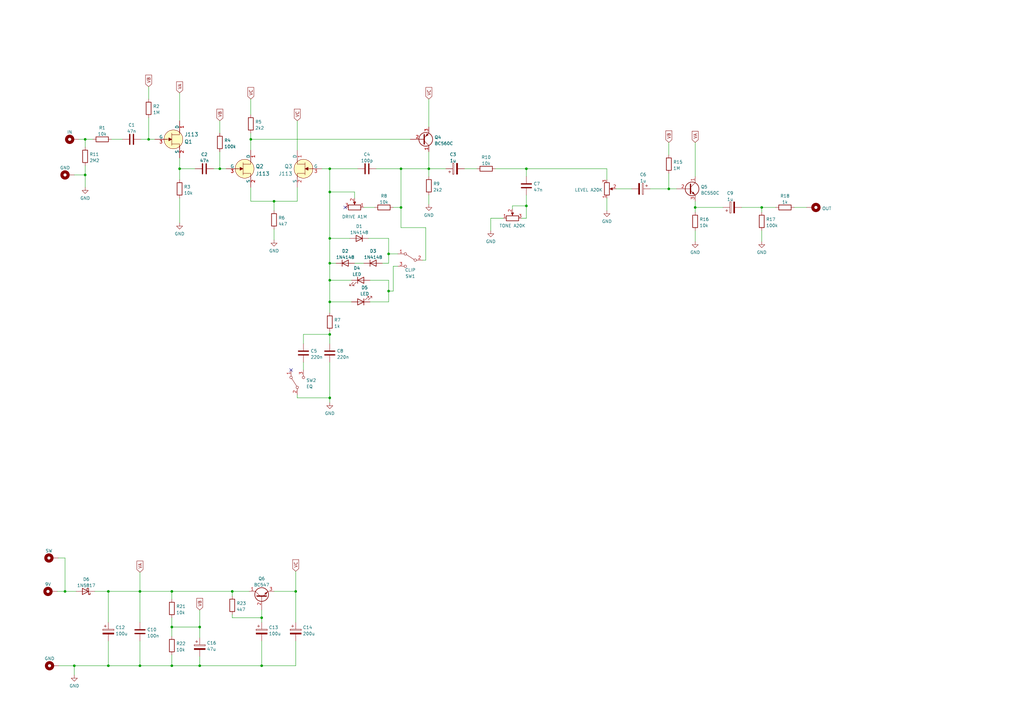
<source format=kicad_sch>
(kicad_sch (version 20230121) (generator eeschema)
  (paper "A3")
  (title_block (title "Kropyvnytskyi Overdrive - Exar OD-02 OverDrive") (date "2022-11-06") (rev "1.1") (company "Drunk Beaver / Vitalii Bobrov"))
  (lib_symbols
    (symbol "Device:C" (pin_numbers hide) (pin_names (offset 0.254))
      (property "Reference" "C" (at 0.635 2.54 0))
      (property "Value" "C" (at 0.635 -2.54 0))
      (symbol "C_0_1"
        (polyline (pts (xy -2.032 -0.762) (xy 2.032 -0.762)) (stroke (width 0.508)))
        (polyline (pts (xy -2.032 0.762) (xy 2.032 0.762)) (stroke (width 0.508)))
      )
      (symbol "C_1_1"
        (pin passive line (at 0 3.81 270) (length 2.794) (name "~") (number "1"))
        (pin passive line (at 0 -3.81 90) (length 2.794) (name "~") (number "2"))
      )
    )
    (symbol "Device:C_Polarized" (pin_numbers hide) (pin_names (offset 0.254))
      (property "Reference" "C" (at 0.635 2.54 0))
      (property "Value" "C_Polarized" (at 0.635 -2.54 0))
      (symbol "C_Polarized_0_1"
        (rectangle (start -2.286 0.508) (end 2.286 1.016))
        (polyline (pts (xy -1.778 2.286) (xy -0.762 2.286)))
        (polyline (pts (xy -1.27 2.794) (xy -1.27 1.778)))
        (rectangle (start 2.286 -0.508) (end -2.286 -1.016) (fill (type outline)))
      )
      (symbol "C_Polarized_1_1"
        (pin passive line (at 0 3.81 270) (length 2.794) (name "~") (number "1"))
        (pin passive line (at 0 -3.81 90) (length 2.794) (name "~") (number "2"))
      )
    )
    (symbol "Device:LED" (pin_numbers hide) (pin_names (offset 1.016) hide)
      (property "Reference" "D" (at 0 2.54 0))
      (property "Value" "LED" (at 0 -2.54 0))
      (symbol "LED_0_1"
        (polyline (pts (xy -1.27 -1.27) (xy -1.27 1.27)) (stroke (width 0.254)))
        (polyline (pts (xy -1.27 0) (xy 1.27 0)))
        (polyline (pts (xy 1.27 -1.27) (xy 1.27 1.27) (xy -1.27 0) (xy 1.27 -1.27)) (stroke (width 0.254)))
        (polyline (pts (xy -3.048 -0.762) (xy -4.572 -2.286) (xy -3.81 -2.286) (xy -4.572 -2.286) (xy -4.572 -1.524)))
        (polyline (pts (xy -1.778 -0.762) (xy -3.302 -2.286) (xy -2.54 -2.286) (xy -3.302 -2.286) (xy -3.302 -1.524)))
      )
      (symbol "LED_1_1"
        (pin passive line (at -3.81 0 0) (length 2.54) (name "K") (number "1"))
        (pin passive line (at 3.81 0 180) (length 2.54) (name "A") (number "2"))
      )
    )
    (symbol "Device:R" (pin_numbers hide) (pin_names (offset 0))
      (property "Reference" "R" (at 2.032 0 90))
      (property "Value" "R" (at 0 0 90))
      (symbol "R_0_1"
        (rectangle (start -1.016 -2.54) (end 1.016 2.54) (stroke (width 0.254)))
      )
      (symbol "R_1_1"
        (pin passive line (at 0 3.81 270) (length 1.27) (name "~") (number "1"))
        (pin passive line (at 0 -3.81 90) (length 1.27) (name "~") (number "2"))
      )
    )
    (symbol "Device:R_Potentiometer" (pin_names (offset 1.016) hide)
      (property "Reference" "RV" (at -4.445 0 90))
      (property "Value" "R_Potentiometer" (at -2.54 0 90))
      (symbol "R_Potentiometer_0_1"
        (polyline (pts (xy 2.54 0) (xy 1.524 0)))
        (polyline (pts (xy 1.143 0) (xy 2.286 0.508) (xy 2.286 -0.508) (xy 1.143 0)) (fill (type outline)))
        (rectangle (start 1.016 2.54) (end -1.016 -2.54) (stroke (width 0.254)))
      )
      (symbol "R_Potentiometer_1_1"
        (pin passive line (at 0 3.81 270) (length 1.27) (name "1") (number "1"))
        (pin passive line (at 3.81 0 180) (length 1.27) (name "2") (number "2"))
        (pin passive line (at 0 -3.81 90) (length 1.27) (name "3") (number "3"))
      )
    )
    (symbol "Diode:1N4148" (pin_numbers hide) (pin_names hide)
      (property "Reference" "D" (at 0 2.54 0))
      (property "Value" "1N4148" (at 0 -2.54 0))
      (symbol "1N4148_0_1"
        (polyline (pts (xy -1.27 1.27) (xy -1.27 -1.27)) (stroke (width 0.254)))
        (polyline (pts (xy 1.27 0) (xy -1.27 0)))
        (polyline (pts (xy 1.27 1.27) (xy 1.27 -1.27) (xy -1.27 0) (xy 1.27 1.27)) (stroke (width 0.254)))
      )
      (symbol "1N4148_1_1"
        (pin passive line (at -3.81 0 0) (length 2.54) (name "K") (number "1"))
        (pin passive line (at 3.81 0 180) (length 2.54) (name "A") (number "2"))
      )
    )
    (symbol "Diode:1N5817" (pin_numbers hide) (pin_names (offset 1.016) hide)
      (property "Reference" "D" (at 0 2.54 0))
      (property "Value" "1N5817" (at 0 -2.54 0))
      (symbol "1N5817_0_1"
        (polyline (pts (xy 1.27 0) (xy -1.27 0)))
        (polyline (pts (xy 1.27 1.27) (xy 1.27 -1.27) (xy -1.27 0) (xy 1.27 1.27)) (stroke (width 0.254)))
        (polyline (pts (xy -1.905 0.635) (xy -1.905 1.27) (xy -1.27 1.27) (xy -1.27 -1.27) (xy -0.635 -1.27) (xy -0.635 -0.635)) (stroke (width 0.254)))
      )
      (symbol "1N5817_1_1"
        (pin passive line (at -3.81 0 0) (length 2.54) (name "K") (number "1"))
        (pin passive line (at 3.81 0 180) (length 2.54) (name "A") (number "2"))
      )
    )
    (symbol "Mechanical:MountingHole_Pad" (pin_numbers hide) (pin_names (offset 1.016) hide)
      (property "Reference" "H" (at 0 6.35 0))
      (property "Value" "MountingHole_Pad" (at 0 4.445 0))
      (symbol "MountingHole_Pad_0_1"
        (circle (center 0 1.27) (radius 1.27) (stroke (width 1.27)))
      )
      (symbol "MountingHole_Pad_1_1"
        (pin input line (at 0 -2.54 90) (length 2.54) (name "1") (number "1"))
      )
    )
    (symbol "Switch:SW_SPDT" (pin_names (offset 0) hide)
      (property "Reference" "SW" (at 0 4.318 0))
      (property "Value" "SW_SPDT" (at 0 -5.08 0))
      (symbol "SW_SPDT_0_0"
        (circle (center -2.032 0) (radius 0.508))
        (circle (center 2.032 -2.54) (radius 0.508))
      )
      (symbol "SW_SPDT_0_1"
        (polyline (pts (xy -1.524 0.254) (xy 1.651 2.286)))
        (circle (center 2.032 2.54) (radius 0.508))
      )
      (symbol "SW_SPDT_1_1"
        (pin passive line (at 5.08 2.54 180) (length 2.54) (name "A") (number "1"))
        (pin passive line (at -5.08 0 0) (length 2.54) (name "B") (number "2"))
        (pin passive line (at 5.08 -2.54 180) (length 2.54) (name "C") (number "3"))
      )
    )
    (symbol "Transistor_BJT:BC547" (pin_names (offset 0) hide)
      (property "Reference" "Q" (at 5.08 1.905 0))
      (property "Value" "BC547" (at 5.08 0 0))
      (symbol "BC547_0_1"
        (polyline (pts (xy 0 0) (xy 0.635 0)))
        (polyline (pts (xy 0.635 0.635) (xy 2.54 2.54)))
        (polyline (pts (xy 0.635 -0.635) (xy 2.54 -2.54) (xy 2.54 -2.54)))
        (polyline (pts (xy 0.635 1.905) (xy 0.635 -1.905) (xy 0.635 -1.905)) (stroke (width 0.508)))
        (polyline (pts (xy 1.27 -1.778) (xy 1.778 -1.27) (xy 2.286 -2.286) (xy 1.27 -1.778) (xy 1.27 -1.778)) (fill (type outline)))
        (circle (center 1.27 0) (radius 2.8194) (stroke (width 0.254)))
      )
      (symbol "BC547_1_1"
        (pin passive line (at 2.54 5.08 270) (length 2.54) (name "C") (number "1"))
        (pin input line (at -5.08 0 0) (length 5.08) (name "B") (number "2"))
        (pin passive line (at 2.54 -5.08 90) (length 2.54) (name "E") (number "3"))
      )
    )
    (symbol "Transistor_BJT:BC550" (pin_names (offset 0) hide)
      (property "Reference" "Q" (at 5.08 1.905 0))
      (property "Value" "BC550" (at 5.08 0 0))
      (symbol "BC550_0_1"
        (polyline (pts (xy 0 0) (xy 0.635 0)))
        (polyline (pts (xy 0.635 0.635) (xy 2.54 2.54)))
        (polyline (pts (xy 0.635 -0.635) (xy 2.54 -2.54) (xy 2.54 -2.54)))
        (polyline (pts (xy 0.635 1.905) (xy 0.635 -1.905) (xy 0.635 -1.905)) (stroke (width 0.508)))
        (polyline (pts (xy 1.27 -1.778) (xy 1.778 -1.27) (xy 2.286 -2.286) (xy 1.27 -1.778) (xy 1.27 -1.778)) (fill (type outline)))
        (circle (center 1.27 0) (radius 2.8194) (stroke (width 0.254)))
      )
      (symbol "BC550_1_1"
        (pin passive line (at 2.54 5.08 270) (length 2.54) (name "C") (number "1"))
        (pin input line (at -5.08 0 0) (length 5.08) (name "B") (number "2"))
        (pin passive line (at 2.54 -5.08 90) (length 2.54) (name "E") (number "3"))
      )
    )
    (symbol "Transistor_BJT:BC560" (pin_names (offset 0) hide)
      (property "Reference" "Q" (at 5.08 1.905 0))
      (property "Value" "BC560" (at 5.08 0 0))
      (symbol "BC560_0_1"
        (polyline (pts (xy 0.635 0.635) (xy 2.54 2.54)))
        (polyline (pts (xy 0.635 -0.635) (xy 2.54 -2.54) (xy 2.54 -2.54)))
        (polyline (pts (xy 0.635 1.905) (xy 0.635 -1.905) (xy 0.635 -1.905)) (stroke (width 0.508)))
        (polyline (pts (xy 2.286 -1.778) (xy 1.778 -2.286) (xy 1.27 -1.27) (xy 2.286 -1.778) (xy 2.286 -1.778)) (fill (type outline)))
        (circle (center 1.27 0) (radius 2.8194) (stroke (width 0.254)))
      )
      (symbol "BC560_1_1"
        (pin passive line (at 2.54 5.08 270) (length 2.54) (name "C") (number "1"))
        (pin input line (at -5.08 0 0) (length 5.715) (name "B") (number "2"))
        (pin passive line (at 2.54 -5.08 90) (length 2.54) (name "E") (number "3"))
      )
    )
    (symbol "dk_Transistors-JFETs:J113" (pin_names (offset 0))
      (property "Reference" "Q" (at 0.4064 4.953 0))
      (property "Value" "J113" (at 0.5842 -5.2832 0))
      (symbol "J113_0_1"
        (polyline (pts (xy -0.635 -2.54) (xy -0.635 2.54)))
        (polyline (pts (xy -0.635 0) (xy -4.445 0)))
        (polyline (pts (xy -0.635 -1.905) (xy 2.54 -1.905) (xy 2.54 -3.81)))
        (polyline (pts (xy -0.635 1.905) (xy 2.54 1.905) (xy 2.54 3.81)))
      )
      (symbol "J113_1_1"
        (polyline (pts (xy -1.905 0.635) (xy -1.905 -0.635) (xy -0.635 0) (xy -1.905 0.635)) (fill (type outline)))
        (circle (center 0 0) (radius 3.8608) (fill (type background)))
        (pin passive line (at 2.54 -7.62 90) (length 5.08) (name "D") (number "1"))
        (pin passive line (at 2.54 7.62 270) (length 5.08) (name "S") (number "2"))
        (pin input line (at -7.62 0 0) (length 5.08) (name "G") (number "3"))
      )
    )
    (symbol "power:GND" (power) (pin_names (offset 0))
      (property "Value" "GND" (at 0 -3.81 0))
      (symbol "GND_0_1"
        (polyline (pts (xy 0 0) (xy 0 -1.27) (xy 1.27 -1.27) (xy 0 -2.54) (xy -1.27 -1.27) (xy 0 -1.27)))
      )
      (symbol "GND_1_1"
        (pin power_in line (at 0 0 270) (length 0) hide (name "GND") (number "1"))
      )
    )
  )
  (junction (at 57.404 242.57))
  (junction (at 175.895 69.215))
  (junction (at 70.485 257.175))
  (junction (at 215.9 69.215))
  (junction (at 60.96 57.15))
  (junction (at 164.465 69.215))
  (junction (at 107.315 253.365))
  (junction (at 102.87 57.15))
  (junction (at 135.255 97.79))
  (junction (at 164.465 85.09))
  (junction (at 215.9 84.455))
  (junction (at 135.255 123.825))
  (junction (at 135.255 137.16))
  (junction (at 135.255 78.74))
  (junction (at 44.45 273.05))
  (junction (at 81.915 273.05))
  (junction (at 159.385 104.14))
  (junction (at 274.32 77.47))
  (junction (at 95.25 242.57))
  (junction (at 70.485 242.57))
  (junction (at 90.17 69.215))
  (junction (at 30.48 273.05))
  (junction (at 112.395 82.55))
  (junction (at 57.404 273.05))
  (junction (at 26.67 242.57))
  (junction (at 34.925 71.755))
  (junction (at 135.255 69.215))
  (junction (at 312.42 85.09))
  (junction (at 285.115 85.09))
  (junction (at 34.925 57.15))
  (junction (at 44.45 242.57))
  (junction (at 121.285 242.57))
  (junction (at 107.315 273.05))
  (junction (at 135.255 114.935))
  (junction (at 135.255 107.95))
  (junction (at 159.385 119.38))
  (junction (at 73.66 69.215))
  (junction (at 81.915 257.175))
  (junction (at 70.485 273.05))
  (junction (at 135.255 163.195))
  (no_connect (at 141.605 85.09))
  (no_connect (at 119.38 151.765))
  (wire (pts (xy 57.404 242.57) (xy 57.404 255.27)))
  (wire (pts (xy 135.255 107.95) (xy 135.255 114.935)))
  (wire (pts (xy 175.895 62.23) (xy 175.895 69.215)))
  (wire (pts (xy 135.255 163.195) (xy 135.255 165.1)))
  (wire (pts (xy 70.485 257.175) (xy 70.485 260.985)))
  (wire (pts (xy 203.2 69.215) (xy 215.9 69.215)))
  (wire (pts (xy 135.255 114.935) (xy 144.145 114.935)))
  (wire (pts (xy 90.17 69.215) (xy 92.71 69.215)))
  (wire (pts (xy 135.255 123.825) (xy 135.255 128.27)))
  (wire (pts (xy 285.115 58.42) (xy 285.115 72.39)))
  (wire (pts (xy 145.415 107.95) (xy 149.225 107.95)))
  (wire (pts (xy 121.92 161.925) (xy 121.92 163.195)))
  (wire (pts (xy 201.295 89.535) (xy 206.375 89.535)))
  (wire (pts (xy 163.195 109.22) (xy 161.29 109.22)))
  (wire (pts (xy 151.13 97.79) (xy 159.385 97.79)))
  (wire (pts (xy 174.625 93.345) (xy 164.465 93.345)))
  (wire (pts (xy 210.185 85.725) (xy 210.185 84.455)))
  (wire (pts (xy 34.925 71.755) (xy 30.48 71.755)))
  (wire (pts (xy 266.7 77.47) (xy 274.32 77.47)))
  (wire (pts (xy 135.255 97.79) (xy 135.255 107.95)))
  (wire (pts (xy 81.915 273.05) (xy 70.485 273.05)))
  (wire (pts (xy 159.385 114.935) (xy 159.385 119.38)))
  (wire (pts (xy 210.185 84.455) (xy 215.9 84.455)))
  (wire (pts (xy 135.255 69.215) (xy 135.255 78.74)))
  (wire (pts (xy 146.685 69.215) (xy 135.255 69.215)))
  (wire (pts (xy 175.895 40.64) (xy 175.895 52.07)))
  (wire (pts (xy 107.315 262.89) (xy 107.315 273.05)))
  (wire (pts (xy 135.255 137.16) (xy 135.255 135.89)))
  (wire (pts (xy 173.355 106.68) (xy 174.625 106.68)))
  (wire (pts (xy 102.87 57.15) (xy 168.275 57.15)))
  (wire (pts (xy 174.625 106.68) (xy 174.625 93.345)))
  (wire (pts (xy 73.66 69.215) (xy 80.01 69.215)))
  (wire (pts (xy 102.87 40.64) (xy 102.87 46.99)))
  (wire (pts (xy 252.73 77.47) (xy 259.08 77.47)))
  (wire (pts (xy 312.42 94.615) (xy 312.42 99.06)))
  (wire (pts (xy 73.66 81.28) (xy 73.66 91.44)))
  (wire (pts (xy 190.5 69.215) (xy 195.58 69.215)))
  (wire (pts (xy 135.255 137.16) (xy 135.255 140.97)))
  (wire (pts (xy 112.395 82.55) (xy 121.92 82.55)))
  (wire (pts (xy 102.87 82.55) (xy 112.395 82.55)))
  (wire (pts (xy 26.67 228.854) (xy 26.67 242.57)))
  (wire (pts (xy 159.385 104.14) (xy 159.385 107.95)))
  (wire (pts (xy 124.46 148.59) (xy 124.46 151.765)))
  (wire (pts (xy 161.29 119.38) (xy 159.385 119.38)))
  (wire (pts (xy 135.255 148.59) (xy 135.255 163.195)))
  (wire (pts (xy 70.485 268.605) (xy 70.485 273.05)))
  (wire (pts (xy 102.87 76.835) (xy 102.87 82.55)))
  (wire (pts (xy 34.925 57.15) (xy 34.925 60.325)))
  (wire (pts (xy 159.385 104.14) (xy 163.195 104.14)))
  (wire (pts (xy 45.72 57.15) (xy 50.165 57.15)))
  (wire (pts (xy 135.255 78.74) (xy 135.255 97.79)))
  (wire (pts (xy 60.96 57.15) (xy 63.5 57.15)))
  (wire (pts (xy 121.92 163.195) (xy 135.255 163.195)))
  (wire (pts (xy 24.13 273.05) (xy 30.48 273.05)))
  (wire (pts (xy 57.404 273.05) (xy 44.45 273.05)))
  (wire (pts (xy 107.315 253.365) (xy 107.315 250.19)))
  (wire (pts (xy 81.915 269.24) (xy 81.915 273.05)))
  (wire (pts (xy 325.755 85.09) (xy 330.835 85.09)))
  (wire (pts (xy 60.96 35.56) (xy 60.96 40.64)))
  (wire (pts (xy 112.395 93.98) (xy 112.395 98.425)))
  (wire (pts (xy 112.395 82.55) (xy 112.395 86.36)))
  (wire (pts (xy 34.925 67.945) (xy 34.925 71.755)))
  (wire (pts (xy 107.315 253.365) (xy 107.315 255.27)))
  (wire (pts (xy 81.915 250.19) (xy 81.915 257.175)))
  (wire (pts (xy 73.66 69.215) (xy 73.66 73.66)))
  (wire (pts (xy 34.925 57.15) (xy 38.1 57.15)))
  (wire (pts (xy 81.915 261.62) (xy 81.915 257.175)))
  (wire (pts (xy 112.395 242.57) (xy 121.285 242.57)))
  (wire (pts (xy 81.915 273.05) (xy 107.315 273.05)))
  (wire (pts (xy 164.465 69.215) (xy 164.465 85.09)))
  (wire (pts (xy 124.46 140.97) (xy 124.46 137.16)))
  (wire (pts (xy 161.29 85.09) (xy 164.465 85.09)))
  (wire (pts (xy 175.895 69.215) (xy 175.895 72.39)))
  (wire (pts (xy 175.895 69.215) (xy 182.88 69.215)))
  (wire (pts (xy 70.485 242.57) (xy 70.485 245.745)))
  (wire (pts (xy 274.32 58.42) (xy 274.32 63.5)))
  (wire (pts (xy 121.285 234.315) (xy 121.285 242.57)))
  (wire (pts (xy 132.08 69.215) (xy 135.255 69.215)))
  (wire (pts (xy 90.17 49.53) (xy 90.17 54.61)))
  (wire (pts (xy 161.29 109.22) (xy 161.29 119.38)))
  (wire (pts (xy 73.66 64.77) (xy 73.66 69.215)))
  (wire (pts (xy 44.45 262.89) (xy 44.45 273.05)))
  (wire (pts (xy 285.115 82.55) (xy 285.115 85.09)))
  (wire (pts (xy 159.385 123.825) (xy 151.765 123.825)))
  (wire (pts (xy 164.465 93.345) (xy 164.465 85.09)))
  (wire (pts (xy 121.285 242.57) (xy 121.285 255.27)))
  (wire (pts (xy 70.485 242.57) (xy 95.25 242.57)))
  (wire (pts (xy 95.25 252.095) (xy 95.25 253.365)))
  (wire (pts (xy 23.495 242.57) (xy 26.67 242.57)))
  (wire (pts (xy 44.45 242.57) (xy 57.404 242.57)))
  (wire (pts (xy 285.115 85.09) (xy 285.115 86.995)))
  (wire (pts (xy 121.92 49.53) (xy 121.92 61.595)))
  (wire (pts (xy 90.17 62.23) (xy 90.17 69.215)))
  (wire (pts (xy 26.67 242.57) (xy 31.242 242.57)))
  (wire (pts (xy 38.862 242.57) (xy 44.45 242.57)))
  (wire (pts (xy 124.46 137.16) (xy 135.255 137.16)))
  (wire (pts (xy 159.385 97.79) (xy 159.385 104.14)))
  (wire (pts (xy 312.42 85.09) (xy 318.135 85.09)))
  (wire (pts (xy 44.45 273.05) (xy 30.48 273.05)))
  (wire (pts (xy 135.255 78.74) (xy 145.415 78.74)))
  (wire (pts (xy 215.9 69.215) (xy 215.9 72.39)))
  (wire (pts (xy 23.876 228.854) (xy 26.67 228.854)))
  (wire (pts (xy 121.285 262.89) (xy 121.285 273.05)))
  (wire (pts (xy 164.465 69.215) (xy 175.895 69.215)))
  (wire (pts (xy 70.485 273.05) (xy 57.404 273.05)))
  (wire (pts (xy 248.92 73.66) (xy 248.92 69.215)))
  (wire (pts (xy 201.295 94.615) (xy 201.295 89.535)))
  (wire (pts (xy 285.115 94.615) (xy 285.115 99.06)))
  (wire (pts (xy 159.385 119.38) (xy 159.385 123.825)))
  (wire (pts (xy 135.255 123.825) (xy 144.145 123.825)))
  (wire (pts (xy 32.385 57.15) (xy 34.925 57.15)))
  (wire (pts (xy 121.285 273.05) (xy 107.315 273.05)))
  (wire (pts (xy 57.404 234.696) (xy 57.404 242.57)))
  (wire (pts (xy 145.415 81.28) (xy 145.415 78.74)))
  (wire (pts (xy 87.63 69.215) (xy 90.17 69.215)))
  (wire (pts (xy 95.25 253.365) (xy 107.315 253.365)))
  (wire (pts (xy 60.96 48.26) (xy 60.96 57.15)))
  (wire (pts (xy 30.48 273.05) (xy 30.48 276.86)))
  (wire (pts (xy 102.87 57.15) (xy 102.87 61.595)))
  (wire (pts (xy 57.404 242.57) (xy 70.485 242.57)))
  (wire (pts (xy 274.32 77.47) (xy 277.495 77.47)))
  (wire (pts (xy 151.765 114.935) (xy 159.385 114.935)))
  (wire (pts (xy 73.66 38.1) (xy 73.66 49.53)))
  (wire (pts (xy 285.115 85.09) (xy 296.545 85.09)))
  (wire (pts (xy 153.67 85.09) (xy 149.225 85.09)))
  (wire (pts (xy 215.9 80.01) (xy 215.9 84.455)))
  (wire (pts (xy 70.485 253.365) (xy 70.485 257.175)))
  (wire (pts (xy 57.404 262.89) (xy 57.404 273.05)))
  (wire (pts (xy 70.485 257.175) (xy 81.915 257.175)))
  (wire (pts (xy 154.305 69.215) (xy 164.465 69.215)))
  (wire (pts (xy 34.925 71.755) (xy 34.925 76.835)))
  (wire (pts (xy 121.92 82.55) (xy 121.92 76.835)))
  (wire (pts (xy 156.845 107.95) (xy 159.385 107.95)))
  (wire (pts (xy 95.25 242.57) (xy 102.235 242.57)))
  (wire (pts (xy 95.25 242.57) (xy 95.25 244.475)))
  (wire (pts (xy 135.255 107.95) (xy 137.795 107.95)))
  (wire (pts (xy 102.87 54.61) (xy 102.87 57.15)))
  (wire (pts (xy 304.165 85.09) (xy 312.42 85.09)))
  (wire (pts (xy 274.32 71.12) (xy 274.32 77.47)))
  (wire (pts (xy 215.9 89.535) (xy 213.995 89.535)))
  (wire (pts (xy 175.895 80.01) (xy 175.895 83.82)))
  (wire (pts (xy 215.9 69.215) (xy 248.92 69.215)))
  (wire (pts (xy 135.255 114.935) (xy 135.255 123.825)))
  (wire (pts (xy 312.42 85.09) (xy 312.42 86.995)))
  (wire (pts (xy 44.45 242.57) (xy 44.45 255.27)))
  (wire (pts (xy 135.255 97.79) (xy 143.51 97.79)))
  (wire (pts (xy 215.9 84.455) (xy 215.9 89.535)))
  (wire (pts (xy 248.92 81.28) (xy 248.92 86.36)))
  (wire (pts (xy 57.785 57.15) (xy 60.96 57.15)))
  (global_label "VA" (shape input) (at 73.66 38.1 90) (property "Intersheetrefs" "${INTERSHEET_REFS}" (effects hide)))
  (global_label "VA" (shape input) (at 57.404 234.696 90) (property "Intersheetrefs" "${INTERSHEET_REFS}" (effects hide)))
  (global_label "VA" (shape input) (at 285.115 58.42 90) (property "Intersheetrefs" "${INTERSHEET_REFS}" (effects hide)))
  (global_label "VC" (shape input) (at 175.895 40.64 90) (property "Intersheetrefs" "${INTERSHEET_REFS}" (effects hide)))
  (global_label "VB" (shape input) (at 81.915 250.19 90) (property "Intersheetrefs" "${INTERSHEET_REFS}" (effects hide)))
  (global_label "VB" (shape input) (at 60.96 35.56 90) (property "Intersheetrefs" "${INTERSHEET_REFS}" (effects hide)))
  (global_label "VC" (shape input) (at 121.92 49.53 90) (property "Intersheetrefs" "${INTERSHEET_REFS}" (effects hide)))
  (global_label "VC" (shape input) (at 121.285 234.315 90) (property "Intersheetrefs" "${INTERSHEET_REFS}" (effects hide)))
  (global_label "VB" (shape input) (at 90.17 49.53 90) (property "Intersheetrefs" "${INTERSHEET_REFS}" (effects hide)))
  (global_label "VB" (shape input) (at 274.32 58.42 90) (property "Intersheetrefs" "${INTERSHEET_REFS}" (effects hide)))
  (global_label "VC" (shape input) (at 102.87 40.64 90) (property "Intersheetrefs" "${INTERSHEET_REFS}" (effects hide)))
  (symbol (lib_id "Device:C_Polarized") (at 81.915 265.43 0) (unit 1)
    (property "Reference" "C16" (at 84.836 263.7063 0) (effects (justify left)))
    (property "Value" "47u" (at 84.836 266.2432 0) (effects (justify left)))
    (property "Footprint" "caps-elec:0502" (effects hide))
  )
  (symbol (lib_id "power:GND") (at 135.255 165.1 0) (unit 1)
    (property "Reference" "#PWR09" (effects hide))
    (property "Value" "GND" (at 135.255 169.5434 0))
  )
  (symbol (lib_id "Device:R") (at 199.39 69.215 90) (unit 1)
    (property "Reference" "R10" (at 199.39 64.4992 90))
    (property "Value" "10k" (at 199.39 67.0361 90))
    (property "Footprint" "resistors:0.2_22" (effects hide))
  )
  (symbol (lib_id "Device:R") (at 95.25 248.285 0) (unit 1)
    (property "Reference" "R23" (at 97.028 247.4503 0) (effects (justify left)))
    (property "Value" "4k7" (at 97.028 249.9872 0) (effects (justify left)))
    (property "Footprint" "resistors:0.2_22" (effects hide))
  )
  (symbol (lib_id "Transistor_BJT:BC560") (at 173.355 57.15 0) (mirror x) (unit 1)
    (property "Reference" "Q4" (at 178.2064 56.3153 0) (effects (justify left)))
    (property "Value" "BC560C" (at 178.2064 58.8522 0) (effects (justify left)))
    (property "Footprint" "transistors-BJT:TO92" (effects hide))
    (property "Datasheet" "https://www.onsemi.com/pub/Collateral/BC556BTA-D.pdf" (effects hide))
  )
  (symbol (lib_id "Switch:SW_SPDT") (at 121.92 156.845 90) (unit 1)
    (property "Reference" "SW2" (at 125.603 156.0103 90) (effects (justify right)))
    (property "Value" "EQ" (at 125.603 158.5472 90) (effects (justify right)))
    (property "Footprint" "switches:SPDT.LUGS" (effects hide))
  )
  (symbol (lib_id "Device:R") (at 41.91 57.15 90) (unit 1)
    (property "Reference" "R1" (at 41.91 52.4342 90))
    (property "Value" "10k" (at 41.91 54.9711 90))
    (property "Footprint" "resistors:0.2_22" (effects hide))
  )
  (symbol (lib_id "Device:R") (at 70.485 249.555 0) (unit 1)
    (property "Reference" "R21" (at 72.263 248.7203 0) (effects (justify left)))
    (property "Value" "10k" (at 72.263 251.2572 0) (effects (justify left)))
    (property "Footprint" "resistors:0.2_22" (effects hide))
  )
  (symbol (lib_id "Device:R") (at 34.925 64.135 0) (unit 1)
    (property "Reference" "R11" (at 36.703 63.3003 0) (effects (justify left)))
    (property "Value" "2M2" (at 36.703 65.8372 0) (effects (justify left)))
    (property "Footprint" "resistors:0.2_22" (effects hide))
  )
  (symbol (lib_id "power:GND") (at 112.395 98.425 0) (unit 1)
    (property "Reference" "#PWR06" (effects hide))
    (property "Value" "GND" (at 112.395 102.8684 0))
  )
  (symbol (lib_id "Mechanical:MountingHole_Pad") (at 20.955 242.57 90) (unit 1)
    (property "Reference" "H9" (effects hide))
    (property "Value" "9V" (at 19.685 239.6292 90))
    (property "Footprint" "supply_pins:PAD1" (effects hide))
  )
  (symbol (lib_id "power:GND") (at 285.115 99.06 0) (unit 1)
    (property "Reference" "#PWR07" (effects hide))
    (property "Value" "GND" (at 285.115 103.5034 0))
  )
  (symbol (lib_id "Diode:1N4148") (at 141.605 107.95 0) (unit 1)
    (property "Reference" "D2" (at 141.605 102.9802 0))
    (property "Value" "1N4148" (at 141.605 105.5171 0))
    (property "Footprint" "diodes:DO35-3" (effects hide))
    (property "Datasheet" "https://assets.nexperia.com/documents/data-sheet/1N4148_1N4448.pdf" (effects hide))
  )
  (symbol (lib_id "Mechanical:MountingHole_Pad") (at 21.59 273.05 90) (unit 1)
    (property "Reference" "H10" (effects hide))
    (property "Value" "GND" (at 20.32 270.1092 90))
    (property "Footprint" "supply_pins:PAD3" (effects hide))
  )
  (symbol (lib_id "Device:C_Polarized") (at 107.315 259.08 0) (unit 1)
    (property "Reference" "C13" (at 110.236 257.3563 0) (effects (justify left)))
    (property "Value" "100u" (at 110.236 259.8932 0) (effects (justify left)))
    (property "Footprint" "caps-elec:0632" (effects hide))
  )
  (symbol (lib_id "Device:R") (at 312.42 90.805 0) (unit 1)
    (property "Reference" "R17" (at 314.198 89.9703 0) (effects (justify left)))
    (property "Value" "100k" (at 314.198 92.5072 0) (effects (justify left)))
    (property "Footprint" "resistors:0.2_22" (effects hide))
  )
  (symbol (lib_id "Mechanical:MountingHole_Pad") (at 21.336 228.854 90) (unit 1)
    (property "Reference" "H2" (effects hide))
    (property "Value" "SW" (at 20.066 225.9132 90))
    (property "Footprint" "supply_pins:PAD1" (effects hide))
  )
  (symbol (lib_id "Device:C") (at 135.255 144.78 0) (unit 1)
    (property "Reference" "C8" (at 138.176 143.9453 0) (effects (justify left)))
    (property "Value" "220n" (at 138.176 146.4822 0) (effects (justify left)))
    (property "Footprint" "caps-film:0.2_22_7_5.SML" (effects hide))
  )
  (symbol (lib_id "Device:R") (at 157.48 85.09 270) (unit 1)
    (property "Reference" "R8" (at 157.48 80.3742 90))
    (property "Value" "10k" (at 157.48 82.9111 90))
    (property "Footprint" "resistors:0.2_22" (effects hide))
  )
  (symbol (lib_id "power:GND") (at 312.42 99.06 0) (unit 1)
    (property "Reference" "#PWR08" (effects hide))
    (property "Value" "GND" (at 312.42 103.5034 0))
  )
  (symbol (lib_id "Device:C_Polarized") (at 300.355 85.09 90) (unit 1)
    (property "Reference" "C9" (at 299.466 79.2312 90))
    (property "Value" "1u" (at 299.466 81.7681 90))
    (property "Footprint" "caps-elec:0502" (effects hide))
  )
  (symbol (lib_id "Device:LED") (at 147.955 114.935 0) (unit 1)
    (property "Reference" "D4" (at 146.3675 109.9652 0))
    (property "Value" "LED" (at 146.3675 112.5021 0))
    (property "Footprint" "diodes:3MM_1" (effects hide))
  )
  (symbol (lib_id "Device:C") (at 53.975 57.15 90) (unit 1)
    (property "Reference" "C1" (at 53.975 51.2912 90))
    (property "Value" "47n" (at 53.975 53.8281 90))
    (property "Footprint" "caps-film:0.2_22.SML" (effects hide))
  )
  (symbol (lib_id "Device:R_Potentiometer") (at 248.92 77.47 0) (mirror x) (unit 1)
    (property "Reference" "RV1" (effects hide))
    (property "Value" "LEVEL A20K" (at 247.1421 77.9038 0) (effects (justify right)))
    (property "Footprint" "potentiometers:16MM_B.MOUNT_BANZAI" (effects hide))
  )
  (symbol (lib_id "power:GND") (at 175.895 83.82 0) (unit 1)
    (property "Reference" "#PWR01" (effects hide))
    (property "Value" "GND" (at 175.895 88.2634 0))
  )
  (symbol (lib_id "power:GND") (at 73.66 91.44 0) (unit 1)
    (property "Reference" "#PWR03" (effects hide))
    (property "Value" "GND" (at 73.66 95.8834 0))
  )
  (symbol (lib_id "Device:R") (at 285.115 90.805 0) (unit 1)
    (property "Reference" "R16" (at 286.893 89.9703 0) (effects (justify left)))
    (property "Value" "10k" (at 286.893 92.5072 0) (effects (justify left)))
    (property "Footprint" "resistors:0.2_22" (effects hide))
  )
  (symbol (lib_id "dk_Transistors-JFETs:J113") (at 100.33 69.215 0) (mirror x) (unit 1)
    (property "Reference" "Q2" (at 104.8258 68.2388 0) (effects (font (size 1.524 1.524)) (justify left)))
    (property "Value" "J113" (at 104.8258 71.2322 0) (effects (font (size 1.524 1.524)) (justify left)))
    (property "Footprint" "transistors-FET:TO92" (effects hide))
    (property "Digi-Key_PN" "J113FS-ND" (effects hide))
    (property "MPN" "J113" (effects hide))
    (property "Category" "Discrete Semiconductor Products" (effects hide))
    (property "Family" "Transistors - JFETs" (effects hide))
    (property "DK_Detail_Page" "/product-detail/en/on-semiconductor/J113/J113FS-ND/1048989" (effects hide))
    (property "Description" "JFET N-CH 35V 625MW TO92" (effects hide))
    (property "Manufacturer" "ON Semiconductor" (effects hide))
    (property "Status" "Active" (effects hide))
  )
  (symbol (lib_id "Device:R") (at 175.895 76.2 0) (unit 1)
    (property "Reference" "R9" (at 177.673 75.3653 0) (effects (justify left)))
    (property "Value" "2k2" (at 177.673 77.9022 0) (effects (justify left)))
    (property "Footprint" "resistors:0.2_22" (effects hide))
  )
  (symbol (lib_id "Device:R") (at 102.87 50.8 0) (unit 1)
    (property "Reference" "R5" (at 104.648 49.9653 0) (effects (justify left)))
    (property "Value" "2k2" (at 104.648 52.5022 0) (effects (justify left)))
    (property "Footprint" "resistors:0.2_22" (effects hide))
  )
  (symbol (lib_id "Device:C_Polarized") (at 44.45 259.08 0) (unit 1)
    (property "Reference" "C12" (at 47.371 257.3563 0) (effects (justify left)))
    (property "Value" "100u" (at 47.371 259.8932 0) (effects (justify left)))
    (property "Footprint" "caps-elec:0632" (effects hide))
  )
  (symbol (lib_id "Diode:1N4148") (at 153.035 107.95 0) (unit 1)
    (property "Reference" "D3" (at 153.035 102.9802 0))
    (property "Value" "1N4148" (at 153.035 105.5171 0))
    (property "Footprint" "diodes:DO35-3" (effects hide))
    (property "Datasheet" "https://assets.nexperia.com/documents/data-sheet/1N4148_1N4448.pdf" (effects hide))
  )
  (symbol (lib_id "Mechanical:MountingHole_Pad") (at 29.845 57.15 90) (unit 1)
    (property "Reference" "H1" (effects hide))
    (property "Value" "IN" (at 28.575 54.2092 90))
    (property "Footprint" "supply_pins:PAD1" (effects hide))
  )
  (symbol (lib_id "Device:R") (at 60.96 44.45 0) (unit 1)
    (property "Reference" "R2" (at 62.738 43.6153 0) (effects (justify left)))
    (property "Value" "1M" (at 62.738 46.1522 0) (effects (justify left)))
    (property "Footprint" "resistors:0.2_22" (effects hide))
  )
  (symbol (lib_id "Device:C_Polarized") (at 121.285 259.08 0) (unit 1)
    (property "Reference" "C14" (at 124.206 257.3563 0) (effects (justify left)))
    (property "Value" "200u" (at 124.206 259.8932 0) (effects (justify left)))
    (property "Footprint" "caps-elec:0632" (effects hide))
  )
  (symbol (lib_id "Device:R") (at 90.17 58.42 0) (unit 1)
    (property "Reference" "R4" (at 91.948 57.5853 0) (effects (justify left)))
    (property "Value" "100k" (at 91.948 60.1222 0) (effects (justify left)))
    (property "Footprint" "resistors:0.2_22" (effects hide))
  )
  (symbol (lib_id "Device:R") (at 321.945 85.09 90) (unit 1)
    (property "Reference" "R18" (at 321.945 80.3742 90))
    (property "Value" "1k" (at 321.945 82.9111 90))
    (property "Footprint" "resistors:0.2_22" (effects hide))
  )
  (symbol (lib_id "Device:R") (at 112.395 90.17 0) (unit 1)
    (property "Reference" "R6" (at 114.173 89.3353 0) (effects (justify left)))
    (property "Value" "4k7" (at 114.173 91.8722 0) (effects (justify left)))
    (property "Footprint" "resistors:0.2_22" (effects hide))
  )
  (symbol (lib_id "Device:C") (at 215.9 76.2 0) (unit 1)
    (property "Reference" "C7" (at 218.821 75.3653 0) (effects (justify left)))
    (property "Value" "47n" (at 218.821 77.9022 0) (effects (justify left)))
    (property "Footprint" "caps-film:0.2_22.SML" (effects hide))
  )
  (symbol (lib_id "Transistor_BJT:BC550") (at 282.575 77.47 0) (unit 1)
    (property "Reference" "Q5" (at 287.4264 76.6353 0) (effects (justify left)))
    (property "Value" "BC550C" (at 287.4264 79.1722 0) (effects (justify left)))
    (property "Footprint" "transistors-BJT:TO92" (effects hide))
    (property "Datasheet" "https://www.onsemi.com/pub/Collateral/BC550-D.pdf" (effects hide))
  )
  (symbol (lib_id "Switch:SW_SPDT") (at 168.275 106.68 0) (mirror y) (unit 1)
    (property "Reference" "SW1" (at 168.275 113.3008 0))
    (property "Value" "CLIP" (at 168.275 110.7639 0))
    (property "Footprint" "switches:SPDT.LUGS" (effects hide))
  )
  (symbol (lib_id "power:GND") (at 248.92 86.36 0) (unit 1)
    (property "Reference" "#PWR02" (effects hide))
    (property "Value" "GND" (at 248.92 90.8034 0))
  )
  (symbol (lib_id "Device:R_Potentiometer") (at 145.415 85.09 270) (mirror x) (unit 1)
    (property "Reference" "RV2" (effects hide))
    (property "Value" "DRIVE A1M" (at 145.415 88.9 90))
    (property "Footprint" "potentiometers:16MM_B.MOUNT_BANZAI" (effects hide))
  )
  (symbol (lib_id "Device:C") (at 124.46 144.78 0) (unit 1)
    (property "Reference" "C5" (at 127.381 143.9453 0) (effects (justify left)))
    (property "Value" "220n" (at 127.381 146.4822 0) (effects (justify left)))
    (property "Footprint" "caps-film:0.2_22_7_5.SML" (effects hide))
  )
  (symbol (lib_id "Device:LED") (at 147.955 123.825 180) (unit 1)
    (property "Reference" "D5" (at 149.5425 117.9662 0))
    (property "Value" "LED" (at 149.5425 120.5031 0))
    (property "Footprint" "diodes:3MM_1" (effects hide))
  )
  (symbol (lib_id "Mechanical:MountingHole_Pad") (at 27.94 71.755 90) (unit 1)
    (property "Reference" "H7" (effects hide))
    (property "Value" "GND" (at 26.67 68.8142 90))
    (property "Footprint" "supply_pins:PAD3" (effects hide))
  )
  (symbol (lib_id "Device:R_Potentiometer") (at 210.185 89.535 90) (unit 1)
    (property "Reference" "RV3" (effects hide))
    (property "Value" "TONE A20K" (at 210.185 92.5814 90))
    (property "Footprint" "potentiometers:16MM_B.MOUNT_BANZAI" (effects hide))
  )
  (symbol (lib_id "Device:C") (at 83.82 69.215 90) (unit 1)
    (property "Reference" "C2" (at 83.82 63.3562 90))
    (property "Value" "47n" (at 83.82 65.8931 90))
    (property "Footprint" "caps-film:0.2_22.SML" (effects hide))
  )
  (symbol (lib_id "Device:C_Polarized") (at 186.69 69.215 90) (unit 1)
    (property "Reference" "C3" (at 185.801 63.3562 90))
    (property "Value" "1u" (at 185.801 65.8931 90))
    (property "Footprint" "caps-elec:0502" (effects hide))
  )
  (symbol (lib_id "Device:R") (at 274.32 67.31 0) (unit 1)
    (property "Reference" "R15" (at 276.098 66.4753 0) (effects (justify left)))
    (property "Value" "1M" (at 276.098 69.0122 0) (effects (justify left)))
    (property "Footprint" "resistors:0.2_22" (effects hide))
  )
  (symbol (lib_id "Device:C_Polarized") (at 262.89 77.47 270) (unit 1)
    (property "Reference" "C6" (at 263.779 71.6112 90))
    (property "Value" "1u" (at 263.779 74.1481 90))
    (property "Footprint" "caps-elec:0502" (effects hide))
  )
  (symbol (lib_id "Diode:1N5817") (at 35.052 242.57 180) (unit 1)
    (property "Reference" "D6" (at 35.3695 237.6002 0))
    (property "Value" "1N5817" (at 35.3695 240.1371 0))
    (property "Footprint" "diodes:DO41-3" (effects hide))
    (property "Datasheet" "http://www.vishay.com/docs/88525/1n5817.pdf" (effects hide))
  )
  (symbol (lib_id "dk_Transistors-JFETs:J113") (at 124.46 69.215 180) (unit 1)
    (property "Reference" "Q3" (at 119.9643 68.2388 0) (effects (font (size 1.524 1.524)) (justify left)))
    (property "Value" "J113" (at 119.9643 71.2322 0) (effects (font (size 1.524 1.524)) (justify left)))
    (property "Footprint" "transistors-FET:TO92" (effects hide))
    (property "Digi-Key_PN" "J113FS-ND" (effects hide))
    (property "MPN" "J113" (effects hide))
    (property "Category" "Discrete Semiconductor Products" (effects hide))
    (property "Family" "Transistors - JFETs" (effects hide))
    (property "DK_Detail_Page" "/product-detail/en/on-semiconductor/J113/J113FS-ND/1048989" (effects hide))
    (property "Description" "JFET N-CH 35V 625MW TO92" (effects hide))
    (property "Manufacturer" "ON Semiconductor" (effects hide))
    (property "Status" "Active" (effects hide))
  )
  (symbol (lib_id "Device:C") (at 150.495 69.215 90) (unit 1)
    (property "Reference" "C4" (at 150.495 63.3562 90))
    (property "Value" "100p" (at 150.495 65.8931 90))
    (property "Footprint" "caps-film:0.2%22.MED" (effects hide))
  )
  (symbol (lib_id "Diode:1N4148") (at 147.32 97.79 180) (unit 1)
    (property "Reference" "D1" (at 147.32 92.8202 0))
    (property "Value" "1N4148" (at 147.32 95.3571 0))
    (property "Footprint" "diodes:DO35-3" (effects hide))
    (property "Datasheet" "https://assets.nexperia.com/documents/data-sheet/1N4148_1N4448.pdf" (effects hide))
  )
  (symbol (lib_id "dk_Transistors-JFETs:J113") (at 71.12 57.15 0) (mirror x) (unit 1)
    (property "Reference" "Q1" (at 75.6158 58.1262 0) (effects (font (size 1.524 1.524)) (justify left)))
    (property "Value" "J113" (at 75.6158 55.1328 0) (effects (font (size 1.524 1.524)) (justify left)))
    (property "Footprint" "transistors-FET:TO92" (effects hide))
    (property "Digi-Key_PN" "J113FS-ND" (effects hide))
    (property "MPN" "J113" (effects hide))
    (property "Category" "Discrete Semiconductor Products" (effects hide))
    (property "Family" "Transistors - JFETs" (effects hide))
    (property "DK_Detail_Page" "/product-detail/en/on-semiconductor/J113/J113FS-ND/1048989" (effects hide))
    (property "Description" "JFET N-CH 35V 625MW TO92" (effects hide))
    (property "Manufacturer" "ON Semiconductor" (effects hide))
    (property "Status" "Active" (effects hide))
  )
  (symbol (lib_id "Mechanical:MountingHole_Pad") (at 333.375 85.09 270) (unit 1)
    (property "Reference" "H3" (effects hide))
    (property "Value" "OUT" (at 337.185 85.5238 90) (effects (justify left)))
    (property "Footprint" "supply_pins:PAD1" (effects hide))
  )
  (symbol (lib_id "Transistor_BJT:BC547") (at 107.315 245.11 90) (unit 1)
    (property "Reference" "Q6" (at 107.315 237.3208 90))
    (property "Value" "BC547" (at 107.315 239.8577 90))
    (property "Footprint" "transistors-BJT:TO92" (effects hide))
    (property "Datasheet" "https://www.onsemi.com/pub/Collateral/BC550-D.pdf" (effects hide))
  )
  (symbol (lib_id "power:GND") (at 201.295 94.615 0) (unit 1)
    (property "Reference" "#PWR04" (effects hide))
    (property "Value" "GND" (at 201.295 99.0584 0))
  )
  (symbol (lib_id "power:GND") (at 30.48 276.86 0) (unit 1)
    (property "Reference" "#PWR010" (effects hide))
    (property "Value" "GND" (at 30.48 281.3034 0))
  )
  (symbol (lib_id "Device:R") (at 70.485 264.795 0) (unit 1)
    (property "Reference" "R22" (at 72.263 263.9603 0) (effects (justify left)))
    (property "Value" "10k" (at 72.263 266.4972 0) (effects (justify left)))
    (property "Footprint" "resistors:0.2_22" (effects hide))
  )
  (symbol (lib_id "Device:C") (at 57.404 259.08 0) (unit 1)
    (property "Reference" "C10" (at 60.325 258.2453 0) (effects (justify left)))
    (property "Value" "100n" (at 60.325 260.7822 0) (effects (justify left)))
    (property "Footprint" "caps-film:0.2_22.SML" (effects hide))
  )
  (symbol (lib_id "Device:R") (at 73.66 77.47 0) (unit 1)
    (property "Reference" "R3" (at 75.438 76.6353 0) (effects (justify left)))
    (property "Value" "10k" (at 75.438 79.1722 0) (effects (justify left)))
    (property "Footprint" "resistors:0.2_22" (effects hide))
  )
  (symbol (lib_id "Device:R") (at 135.255 132.08 0) (unit 1)
    (property "Reference" "R7" (at 137.033 131.2453 0) (effects (justify left)))
    (property "Value" "1k" (at 137.033 133.7822 0) (effects (justify left)))
    (property "Footprint" "resistors:0.2_22" (effects hide))
  )
  (symbol (lib_id "power:GND") (at 34.925 76.835 0) (unit 1)
    (property "Reference" "#PWR05" (effects hide))
    (property "Value" "GND" (at 34.925 81.2784 0))
  )
)
</source>
